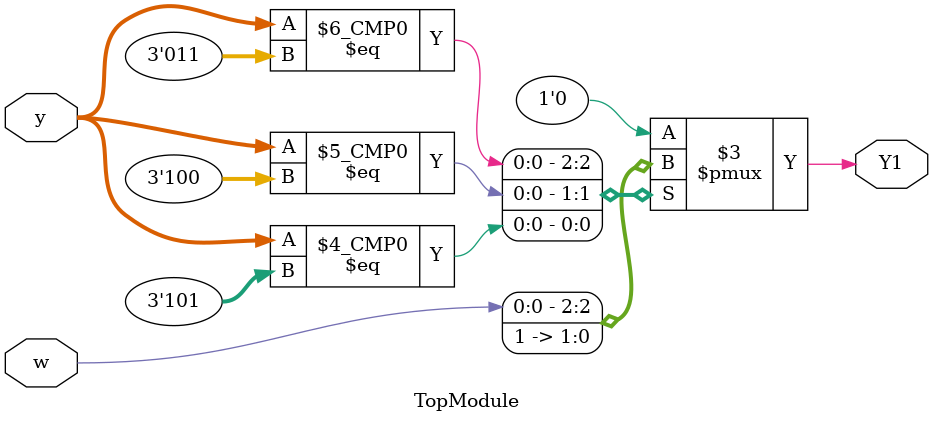
<source format=sv>
module TopModule
(
  input  logic [2:0] y,
  input  logic       w,
  output logic       Y1
);

  // Next-state logic for y[1]

  always @(*) begin
    case (y)
      3'b000: Y1 = 1'b0; // State A
      3'b001: Y1 = 1'b0; // State B
      3'b010: Y1 = 1'b0; // State C
      3'b011: Y1 = w;    // State D
      3'b100: Y1 = 1'b1; // State E
      3'b101: Y1 = 1'b1; // State F
      default: Y1 = 1'b0;
    endcase
  end

endmodule
</source>
